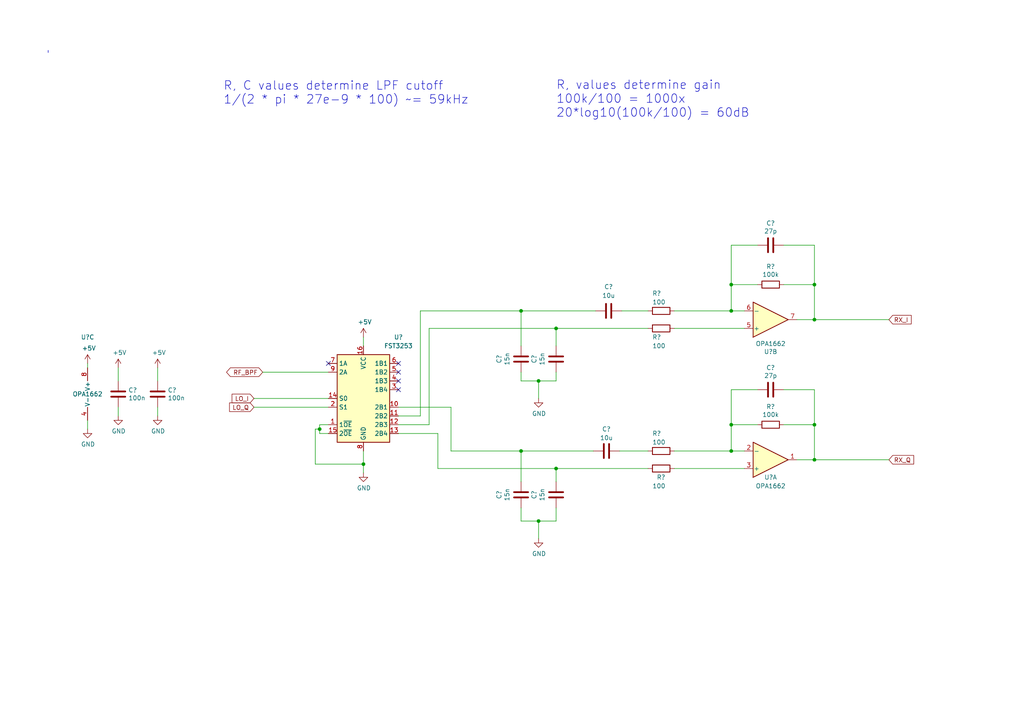
<source format=kicad_sch>
(kicad_sch (version 20250114) (generator "eeschema") (generator_version "9.0")
  (paper "A4")
  (lib_symbols
    (symbol "Amplifier_Operational:LM4562" (pin_names (offset 0.127))
      (property "Reference" "U" (at 0 5.08 0))
      (property "Value" "LM4562" (at 0 -5.08 0))
      (symbol "LM4562_1_1"
        (polyline (pts (xy -5.08 5.08) (xy 5.08 0) (xy -5.08 -5.08) (xy -5.08 5.08)) (stroke (width 0.254)) (fill (type background)))
        (pin input line (at -7.62 2.54 0) (length 2.54) (name "+") (number "3"))
        (pin input line (at -7.62 -2.54 0) (length 2.54) (name "-") (number "2"))
        (pin output line (at 7.62 0 180) (length 2.54) (name "~") (number "1"))
      )
      (symbol "LM4562_2_1"
        (polyline (pts (xy -5.08 5.08) (xy 5.08 0) (xy -5.08 -5.08) (xy -5.08 5.08)) (stroke (width 0.254)) (fill (type background)))
        (pin input line (at -7.62 2.54 0) (length 2.54) (name "+") (number "5"))
        (pin input line (at -7.62 -2.54 0) (length 2.54) (name "-") (number "6"))
        (pin output line (at 7.62 0 180) (length 2.54) (name "~") (number "7"))
      )
      (symbol "LM4562_3_1"
        (pin power_in line (at -2.54 7.62 270) (length 3.81) (name "V+") (number "8"))
        (pin power_in line (at -2.54 -7.62 90) (length 3.81) (name "V-") (number "4"))
      )
    )
    (symbol "Device:C" (pin_numbers (hide yes)) (pin_names (offset 0.254))
      (property "Reference" "C" (at 0.635 2.54 0))
      (property "Value" "C" (at 0.635 -2.54 0))
      (symbol "C_0_1"
        (polyline (pts (xy -2.032 0.762) (xy 2.032 0.762)) (stroke (width 0.508)))
        (polyline (pts (xy -2.032 -0.762) (xy 2.032 -0.762)) (stroke (width 0.508)))
      )
      (symbol "C_1_1"
        (pin passive line (at 0 3.81 270) (length 2.794) (name "~") (number "1"))
        (pin passive line (at 0 -3.81 90) (length 2.794) (name "~") (number "2"))
      )
    )
    (symbol "Device:R" (pin_numbers (hide yes)) (pin_names (offset 0))
      (property "Reference" "R" (at 2.032 0 90))
      (property "Value" "R" (at 0 0 90))
      (symbol "R_0_1"
        (rectangle (start -1.016 -2.54) (end 1.016 2.54) (stroke (width 0.254)))
      )
      (symbol "R_1_1"
        (pin passive line (at 0 3.81 270) (length 1.27) (name "~") (number "1"))
        (pin passive line (at 0 -3.81 90) (length 1.27) (name "~") (number "2"))
      )
    )
    (symbol "RADIO-rescue:FST5253-xcvr_components"
      (property "Reference" "U" (at -7.62 13.97 0))
      (property "Value" "FST5253-xcvr_components" (at -11.43 -13.97 0))
      (symbol "FST5253-xcvr_components_0_1"
        (rectangle (start -7.62 12.7) (end 7.62 -12.7) (stroke (width 0.254)) (fill (type background)))
        (rectangle (start 7.62 -12.7) (end 7.62 -12.7))
      )
      (symbol "FST5253-xcvr_components_1_1"
        (pin bidirectional line (at -10.16 10.16 0) (length 2.54) (name "1A") (number "7"))
        (pin bidirectional line (at -10.16 7.62 0) (length 2.54) (name "2A") (number "9"))
        (pin input line (at -10.16 0 0) (length 2.54) (name "S0") (number "14"))
        (pin input line (at -10.16 -2.54 0) (length 2.54) (name "S1") (number "2"))
        (pin input line (at -10.16 -7.62 0) (length 2.54) (name "1~{OE}") (number "1"))
        (pin input line (at -10.16 -10.16 0) (length 2.54) (name "2~{OE}") (number "15"))
        (pin power_in line (at 0 15.24 270) (length 2.54) (name "VCC") (number "16"))
        (pin power_in line (at 0 -15.24 90) (length 2.54) (name "GND") (number "8"))
        (pin bidirectional line (at 10.16 10.16 180) (length 2.54) (name "1B1") (number "6"))
        (pin bidirectional line (at 10.16 7.62 180) (length 2.54) (name "1B2") (number "5"))
        (pin bidirectional line (at 10.16 5.08 180) (length 2.54) (name "1B3") (number "4"))
        (pin bidirectional line (at 10.16 2.54 180) (length 2.54) (name "1B4") (number "3"))
        (pin bidirectional line (at 10.16 -2.54 180) (length 2.54) (name "2B1") (number "10"))
        (pin bidirectional line (at 10.16 -5.08 180) (length 2.54) (name "2B2") (number "11"))
        (pin bidirectional line (at 10.16 -7.62 180) (length 2.54) (name "2B3") (number "12"))
        (pin bidirectional line (at 10.16 -10.16 180) (length 2.54) (name "2B4") (number "13"))
      )
    )
    (symbol "power:+5V" (power) (pin_names (offset 0))
      (property "Value" "+5V" (at 0 3.556 0))
      (symbol "+5V_0_1"
        (polyline (pts (xy -0.762 1.27) (xy 0 2.54)))
        (polyline (pts (xy 0 2.54) (xy 0.762 1.27)))
        (polyline (pts (xy 0 0) (xy 0 2.54)))
      )
      (symbol "+5V_1_1"
        (pin power_in line (at 0 0 90) (length 0) (hide yes) (name "+5V") (number "1"))
      )
    )
    (symbol "power:GND" (power) (pin_names (offset 0))
      (property "Value" "GND" (at 0 -3.81 0))
      (symbol "GND_0_1"
        (polyline (pts (xy 0 0) (xy 0 -1.27) (xy 1.27 -1.27) (xy 0 -2.54) (xy -1.27 -1.27) (xy 0 -1.27)))
      )
      (symbol "GND_1_1"
        (pin power_in line (at 0 0 270) (length 0) (hide yes) (name "GND") (number "1"))
      )
    )
  )
  (text "R, values determine gain\n100k/100 = 1000x\n20*log10(100k/100) = 60dB" (at 161.29 34.29 0) (effects (font (size 2.5 2.5)) (justify left bottom)))
  (text "R, C values determine LPF cutoff\n1/(2 * pi * 27e-9 * 100) ~= 59kHz" (at 64.77 30.48 0) (effects (font (size 2.5 2.5)) (justify left bottom)))
  (junction (at 212.09 82.55))
  (junction (at 236.22 92.71))
  (junction (at 236.22 133.35))
  (junction (at 212.09 130.81))
  (junction (at 212.09 123.19))
  (junction (at 92.71 124.46))
  (junction (at 236.22 82.55))
  (junction (at 156.21 110.49))
  (junction (at 156.21 151.13))
  (junction (at 212.09 90.17))
  (junction (at 105.41 134.62))
  (junction (at 151.13 130.81))
  (junction (at 161.29 135.89))
  (junction (at 151.13 90.17))
  (junction (at 236.22 123.19))
  (junction (at 161.29 95.25))
  (no_connect (at 115.57 107.95))
  (no_connect (at 115.57 113.03))
  (no_connect (at 115.57 105.41))
  (no_connect (at 115.57 110.49))
  (no_connect (at 95.25 105.41))
  (wire (pts (xy 25.4 121.92) (xy 25.4 124.46)))
  (wire (pts (xy 124.46 95.25) (xy 161.29 95.25)))
  (wire (pts (xy 212.09 113.03) (xy 212.09 123.19)))
  (wire (pts (xy 161.29 147.32) (xy 161.29 151.13)))
  (wire (pts (xy 227.33 82.55) (xy 236.22 82.55)))
  (wire (pts (xy 161.29 100.33) (xy 161.29 95.25)))
  (wire (pts (xy 212.09 123.19) (xy 212.09 130.81)))
  (wire (pts (xy 25.4 105.41) (xy 25.4 106.68)))
  (wire (pts (xy 156.21 110.49) (xy 151.13 110.49)))
  (wire (pts (xy 212.09 130.81) (xy 215.9 130.81)))
  (wire (pts (xy 195.58 90.17) (xy 212.09 90.17)))
  (wire (pts (xy 219.71 113.03) (xy 212.09 113.03)))
  (wire (pts (xy 34.29 106.68) (xy 34.29 110.49)))
  (wire (pts (xy 115.57 120.65) (xy 121.92 120.65)))
  (wire (pts (xy 121.92 120.65) (xy 121.92 90.17)))
  (wire (pts (xy 212.09 82.55) (xy 219.71 82.55)))
  (wire (pts (xy 236.22 71.12) (xy 236.22 82.55)))
  (wire (pts (xy 236.22 113.03) (xy 236.22 123.19)))
  (wire (pts (xy 115.57 118.11) (xy 130.81 118.11)))
  (wire (pts (xy 195.58 135.89) (xy 215.9 135.89)))
  (wire (pts (xy 151.13 107.95) (xy 151.13 110.49)))
  (wire (pts (xy 212.09 71.12) (xy 212.09 82.55)))
  (wire (pts (xy 127 125.73) (xy 115.57 125.73)))
  (wire (pts (xy 161.29 107.95) (xy 161.29 110.49)))
  (wire (pts (xy 92.71 124.46) (xy 92.71 123.19)))
  (wire (pts (xy 236.22 92.71) (xy 231.14 92.71)))
  (wire (pts (xy 151.13 147.32) (xy 151.13 151.13)))
  (wire (pts (xy 45.72 118.11) (xy 45.72 120.65)))
  (wire (pts (xy 91.44 124.46) (xy 92.71 124.46)))
  (wire (pts (xy 156.21 151.13) (xy 161.29 151.13)))
  (wire (pts (xy 105.41 97.79) (xy 105.41 100.33)))
  (wire (pts (xy 195.58 95.25) (xy 215.9 95.25)))
  (wire (pts (xy 161.29 95.25) (xy 187.96 95.25)))
  (wire (pts (xy 127 135.89) (xy 127 125.73)))
  (wire (pts (xy 215.9 90.17) (xy 212.09 90.17)))
  (wire (pts (xy 156.21 151.13) (xy 156.21 156.21)))
  (wire (pts (xy 92.71 125.73) (xy 92.71 124.46)))
  (wire (pts (xy 151.13 130.81) (xy 172.085 130.81)))
  (wire (pts (xy 179.705 130.81) (xy 187.96 130.81)))
  (wire (pts (xy 45.72 106.68) (xy 45.72 110.49)))
  (wire (pts (xy 219.71 123.19) (xy 212.09 123.19)))
  (wire (pts (xy 236.22 133.35) (xy 231.14 133.35)))
  (wire (pts (xy 236.22 92.71) (xy 257.81 92.71)))
  (wire (pts (xy 151.13 130.81) (xy 151.13 139.7)))
  (wire (pts (xy 130.81 118.11) (xy 130.81 130.81)))
  (wire (pts (xy 91.44 134.62) (xy 105.41 134.62)))
  (wire (pts (xy 161.29 135.89) (xy 187.96 135.89)))
  (wire (pts (xy 95.25 125.73) (xy 92.71 125.73)))
  (wire (pts (xy 151.13 151.13) (xy 156.21 151.13)))
  (wire (pts (xy 236.22 123.19) (xy 236.22 133.35)))
  (wire (pts (xy 195.58 130.81) (xy 212.09 130.81)))
  (wire (pts (xy 105.41 134.62) (xy 105.41 137.16)))
  (wire (pts (xy 180.34 90.17) (xy 187.96 90.17)))
  (polyline (pts (xy 13.97 14.605) (xy 13.97 15.24)))
  (wire (pts (xy 212.09 90.17) (xy 212.09 82.55)))
  (wire (pts (xy 227.33 123.19) (xy 236.22 123.19)))
  (wire (pts (xy 115.57 123.19) (xy 124.46 123.19)))
  (wire (pts (xy 124.46 123.19) (xy 124.46 95.25)))
  (wire (pts (xy 236.22 82.55) (xy 236.22 92.71)))
  (wire (pts (xy 151.13 90.17) (xy 151.13 100.33)))
  (wire (pts (xy 105.41 130.81) (xy 105.41 134.62)))
  (wire (pts (xy 127 135.89) (xy 161.29 135.89)))
  (wire (pts (xy 130.81 130.81) (xy 151.13 130.81)))
  (wire (pts (xy 156.21 110.49) (xy 156.21 115.57)))
  (wire (pts (xy 151.13 90.17) (xy 172.72 90.17)))
  (wire (pts (xy 161.29 139.7) (xy 161.29 135.89)))
  (wire (pts (xy 73.66 118.11) (xy 95.25 118.11)))
  (wire (pts (xy 156.21 110.49) (xy 161.29 110.49)))
  (wire (pts (xy 34.29 118.11) (xy 34.29 120.65)))
  (wire (pts (xy 227.33 71.12) (xy 236.22 71.12)))
  (wire (pts (xy 91.44 124.46) (xy 91.44 134.62)))
  (wire (pts (xy 92.71 123.19) (xy 95.25 123.19)))
  (wire (pts (xy 236.22 133.35) (xy 257.81 133.35)))
  (wire (pts (xy 76.2 107.95) (xy 95.25 107.95)))
  (wire (pts (xy 73.66 115.57) (xy 95.25 115.57)))
  (wire (pts (xy 219.71 71.12) (xy 212.09 71.12)))
  (wire (pts (xy 227.33 113.03) (xy 236.22 113.03)))
  (wire (pts (xy 121.92 90.17) (xy 151.13 90.17)))
  (global_label "RX_I" (shape input) (at 257.81 92.71 0) (property "Intersheetrefs" "${INTERSHEET_REFS}" (effects (hide yes))))
  (global_label "RF_BPF" (shape bidirectional) (at 76.2 107.95 180) (property "Intersheetrefs" "${INTERSHEET_REFS}" (effects (hide yes))))
  (global_label "RX_Q" (shape input) (at 257.81 133.35 0) (property "Intersheetrefs" "${INTERSHEET_REFS}" (effects (hide yes))))
  (global_label "LO_Q" (shape input) (at 73.66 118.11 180) (property "Intersheetrefs" "${INTERSHEET_REFS}" (effects (hide yes))))
  (global_label "LO_I" (shape input) (at 73.66 115.57 180) (property "Intersheetrefs" "${INTERSHEET_REFS}" (effects (hide yes))))
  (symbol (lib_id "Device:C") (at 223.52 113.03 90) (unit 1)
    (property "Reference" "C31" (at 223.52 106.6546 90))
    (property "Value" "27p" (at 223.52 108.966 90))
    (property "Footprint" "Capacitor_SMD:C_1206_3216Metric" (effects (hide yes)))
    (instances (project "RADIO" (path "" (reference "C?") (unit 1))) (project "pico_rx" (path "" (reference "C31") (unit 1))))
  )
  (symbol (lib_id "power:GND") (at 45.72 120.65 0) (unit 1)
    (property "Reference" "#PWR023" (effects (hide yes)))
    (property "Value" "GND" (at 45.847 125.0442 0))
    (instances (project "RADIO" (path "" (reference "#PWR?") (unit 1))) (project "pico_rx" (path "" (reference "#PWR023") (unit 1))))
  )
  (symbol (lib_id "Device:R") (at 223.52 123.19 90) (unit 1)
    (property "Reference" "R8" (at 223.52 117.9576 90))
    (property "Value" "100k" (at 223.52 120.269 90))
    (property "Footprint" "Resistor_SMD:R_1206_3216Metric" (effects (hide yes)))
    (instances (project "RADIO" (path "" (reference "R?") (unit 1))) (project "pico_rx" (path "" (reference "R8") (unit 1))))
  )
  (symbol (lib_id "Device:R") (at 223.52 82.55 90) (unit 1)
    (property "Reference" "R7" (at 223.52 77.3176 90))
    (property "Value" "100k" (at 223.52 79.629 90))
    (property "Footprint" "Resistor_SMD:R_1206_3216Metric" (effects (hide yes)))
    (instances (project "RADIO" (path "" (reference "R?") (unit 1))) (project "pico_rx" (path "" (reference "R7") (unit 1))))
  )
  (symbol (lib_id "Device:R") (at 191.77 135.89 270) (unit 1)
    (property "Reference" "R6" (at 193.04 138.43 90) (effects (justify right)))
    (property "Value" "100" (at 193.04 140.97 90) (effects (justify right)))
    (property "Footprint" "Resistor_SMD:R_1206_3216Metric" (effects (hide yes)))
    (instances (project "RADIO" (path "" (reference "R?") (unit 1))) (project "pico_rx" (path "" (reference "R6") (unit 1))))
  )
  (symbol (lib_id "power:GND") (at 105.41 137.16 0) (unit 1)
    (property "Reference" "#PWR021" (effects (hide yes)))
    (property "Value" "GND" (at 105.537 141.5542 0))
    (instances (project "RADIO" (path "" (reference "#PWR?") (unit 1))) (project "pico_rx" (path "" (reference "#PWR021") (unit 1))))
  )
  (symbol (lib_id "power:GND") (at 34.29 120.65 0) (unit 1)
    (property "Reference" "#PWR019" (effects (hide yes)))
    (property "Value" "GND" (at 34.417 125.0442 0))
    (instances (project "RADIO" (path "" (reference "#PWR?") (unit 1))) (project "pico_rx" (path "" (reference "#PWR019") (unit 1))))
  )
  (symbol (lib_id "Device:C") (at 176.53 90.17 270) (unit 1)
    (property "Reference" "C4" (at 176.53 83.185 90))
    (property "Value" "10u" (at 176.53 85.725 90))
    (property "Footprint" "Capacitor_SMD:C_1206_3216Metric" (effects (hide yes)))
    (instances (project "RADIO" (path "" (reference "C?") (unit 1))) (project "pico_rx" (path "" (reference "C4") (unit 1))))
  )
  (symbol (lib_id "power:GND") (at 25.4 124.46 0) (unit 1)
    (property "Reference" "#PWR017" (effects (hide yes)))
    (property "Value" "GND" (at 25.527 128.8542 0))
    (instances (project "RADIO" (path "" (reference "#PWR?") (unit 1))) (project "pico_rx" (path "" (reference "#PWR017") (unit 1))))
  )
  (symbol (lib_id "power:+5V") (at 105.41 97.79 0) (unit 1)
    (property "Reference" "#PWR020" (effects (hide yes)))
    (property "Value" "+5V" (at 105.791 93.3958 0))
    (instances (project "RADIO" (path "" (reference "#PWR?") (unit 1))) (project "pico_rx" (path "" (reference "#PWR020") (unit 1))))
  )
  (symbol (lib_id "RADIO-rescue:FST5253-xcvr_components") (at 105.41 115.57 0) (unit 1)
    (property "Reference" "U4" (at 115.57 97.79 0))
    (property "Value" "FST3253" (at 115.57 100.33 0))
    (property "Footprint" "Package_SO:SOIC-16_3.9x9.9mm_P1.27mm" (effects (hide yes)))
    (property "Datasheet" "http://www.ti.com/lit/gpn/sn74cbt3253" (effects (hide yes)))
    (instances (project "RADIO" (path "" (reference "U?") (unit 1)) (path "" (reference "U?") (unit 1))) (project "pico_rx" (path "" (reference "U4") (unit 1))))
  )
  (symbol (lib_id "Device:C") (at 161.29 143.51 180) (unit 1)
    (property "Reference" "C29" (at 154.9146 143.51 90))
    (property "Value" "15n" (at 157.226 143.51 90))
    (property "Footprint" "Capacitor_SMD:C_1206_3216Metric" (effects (hide yes)))
    (instances (project "RADIO" (path "" (reference "C?") (unit 1))) (project "pico_rx" (path "" (reference "C29") (unit 1))))
  )
  (symbol (lib_id "power:+5V") (at 45.72 106.68 0) (unit 1)
    (property "Reference" "#PWR022" (effects (hide yes)))
    (property "Value" "+5V" (at 46.101 102.2858 0))
    (instances (project "RADIO" (path "" (reference "#PWR?") (unit 1))) (project "pico_rx" (path "" (reference "#PWR022") (unit 1))))
  )
  (symbol (lib_id "Device:C") (at 161.29 104.14 180) (unit 1)
    (property "Reference" "C28" (at 154.9146 104.14 90))
    (property "Value" "15n" (at 157.226 104.14 90))
    (property "Footprint" "Capacitor_SMD:C_1206_3216Metric" (effects (hide yes)))
    (instances (project "RADIO" (path "" (reference "C?") (unit 1))) (project "pico_rx" (path "" (reference "C28") (unit 1))))
  )
  (symbol (lib_id "power:+5V") (at 25.4 105.41 0) (unit 1)
    (property "Reference" "#PWR016" (effects (hide yes)))
    (property "Value" "+5V" (at 25.781 101.0158 0))
    (instances (project "RADIO" (path "" (reference "#PWR?") (unit 1))) (project "pico_rx" (path "" (reference "#PWR016") (unit 1))))
  )
  (symbol (lib_id "Device:C") (at 151.13 143.51 180) (unit 1)
    (property "Reference" "C27" (at 144.7546 143.51 90))
    (property "Value" "15n" (at 147.066 143.51 90))
    (property "Footprint" "Capacitor_SMD:C_1206_3216Metric" (effects (hide yes)))
    (instances (project "RADIO" (path "" (reference "C?") (unit 1))) (project "pico_rx" (path "" (reference "C27") (unit 1))))
  )
  (symbol (lib_id "power:GND") (at 156.21 156.21 0) (unit 1)
    (property "Reference" "#PWR025" (effects (hide yes)))
    (property "Value" "GND" (at 156.337 160.6042 0))
    (instances (project "RADIO" (path "" (reference "#PWR?") (unit 1))) (project "pico_rx" (path "" (reference "#PWR025") (unit 1))))
  )
  (symbol (lib_id "Device:C") (at 175.895 130.81 270) (unit 1)
    (property "Reference" "C11" (at 175.895 124.46 90))
    (property "Value" "10u" (at 175.895 127 90))
    (property "Footprint" "Capacitor_SMD:C_1206_3216Metric" (effects (hide yes)))
    (instances (project "RADIO" (path "" (reference "C?") (unit 1))) (project "pico_rx" (path "" (reference "C11") (unit 1))))
  )
  (symbol (lib_id "Device:R") (at 191.77 90.17 270) (unit 1)
    (property "Reference" "R3" (at 191.77 85.09 90) (effects (justify right)))
    (property "Value" "100" (at 193.04 87.63 90) (effects (justify right)))
    (property "Footprint" "Resistor_SMD:R_1206_3216Metric" (effects (hide yes)))
    (instances (project "RADIO" (path "" (reference "R?") (unit 1))) (project "pico_rx" (path "" (reference "R3") (unit 1))))
  )
  (symbol (lib_id "Device:R") (at 191.77 130.81 270) (unit 1)
    (property "Reference" "R5" (at 191.77 125.73 90) (effects (justify right)))
    (property "Value" "100" (at 193.04 128.27 90) (effects (justify right)))
    (property "Footprint" "Resistor_SMD:R_1206_3216Metric" (effects (hide yes)))
    (instances (project "RADIO" (path "" (reference "R?") (unit 1))) (project "pico_rx" (path "" (reference "R5") (unit 1))))
  )
  (symbol (lib_id "Device:C") (at 151.13 104.14 180) (unit 1)
    (property "Reference" "C26" (at 144.7546 104.14 90))
    (property "Value" "15n" (at 147.066 104.14 90))
    (property "Footprint" "Capacitor_SMD:C_1206_3216Metric" (effects (hide yes)))
    (instances (project "RADIO" (path "" (reference "C?") (unit 1))) (project "pico_rx" (path "" (reference "C26") (unit 1))))
  )
  (symbol (lib_id "Device:C") (at 45.72 114.3 0) (unit 1)
    (property "Reference" "C25" (at 48.641 113.157 0) (effects (justify left)))
    (property "Value" "100n" (at 48.641 115.443 0) (effects (justify left)))
    (property "Footprint" "Capacitor_SMD:C_1206_3216Metric" (effects (hide yes)))
    (instances (project "RADIO" (path "" (reference "C?") (unit 1))) (project "pico_rx" (path "" (reference "C25") (unit 1))))
  )
  (symbol (lib_id "Device:C") (at 34.29 114.3 0) (unit 1)
    (property "Reference" "C24" (at 37.211 113.157 0) (effects (justify left)))
    (property "Value" "100n" (at 37.211 115.443 0) (effects (justify left)))
    (property "Footprint" "Capacitor_SMD:C_1206_3216Metric" (effects (hide yes)))
    (instances (project "RADIO" (path "" (reference "C?") (unit 1))) (project "pico_rx" (path "" (reference "C24") (unit 1))))
  )
  (symbol (lib_id "Device:R") (at 191.77 95.25 270) (unit 1)
    (property "Reference" "R4" (at 191.77 97.79 90) (effects (justify right)))
    (property "Value" "100" (at 193.04 100.33 90) (effects (justify right)))
    (property "Footprint" "Resistor_SMD:R_1206_3216Metric" (effects (hide yes)))
    (instances (project "RADIO" (path "" (reference "R?") (unit 1))) (project "pico_rx" (path "" (reference "R4") (unit 1))))
  )
  (symbol (lib_id "Amplifier_Operational:LM4562") (at 223.52 92.71 0) (mirror x) (unit 2)
    (property "Reference" "U3" (at 223.52 102.0064 0))
    (property "Value" "OPA1662" (at 223.52 99.695 0))
    (property "Footprint" "Package_SO:SO-8_3.9x4.9mm_P1.27mm" (effects (hide yes)))
    (property "Datasheet" "http://www.ti.com/lit/ds/symlink/lm4562.pdf" (effects (hide yes)))
    (instances (project "RADIO" (path "" (reference "U?") (unit 2))) (project "pico_rx" (path "" (reference "U3") (unit 2))))
  )
  (symbol (lib_id "power:GND") (at 156.21 115.57 0) (unit 1)
    (property "Reference" "#PWR024" (effects (hide yes)))
    (property "Value" "GND" (at 156.337 119.9642 0))
    (instances (project "RADIO" (path "" (reference "#PWR?") (unit 1))) (project "pico_rx" (path "" (reference "#PWR024") (unit 1))))
  )
  (symbol (lib_id "Amplifier_Operational:LM4562") (at 27.94 114.3 0) (unit 3)
    (property "Reference" "U3" (at 25.4 97.79 0))
    (property "Value" "OPA1662" (at 25.4 114.3 0))
    (property "Footprint" "Package_SO:SO-8_3.9x4.9mm_P1.27mm" (effects (hide yes)))
    (property "Datasheet" "http://www.ti.com/lit/ds/symlink/lm4562.pdf" (effects (hide yes)))
    (instances (project "RADIO" (path "" (reference "U?") (unit 3))) (project "pico_rx" (path "" (reference "U3") (unit 3))))
  )
  (symbol (lib_id "Amplifier_Operational:LM4562") (at 223.52 133.35 0) (mirror x) (unit 1)
    (property "Reference" "U3" (at 223.52 138.43 0))
    (property "Value" "OPA1662" (at 223.52 140.97 0))
    (property "Footprint" "Package_SO:SO-8_3.9x4.9mm_P1.27mm" (effects (hide yes)))
    (property "Datasheet" "http://www.ti.com/lit/ds/symlink/lm4562.pdf" (effects (hide yes)))
    (instances (project "RADIO" (path "" (reference "U?") (unit 1))) (project "pico_rx" (path "" (reference "U3") (unit 1))))
  )
  (symbol (lib_id "power:+5V") (at 34.29 106.68 0) (unit 1)
    (property "Reference" "#PWR018" (effects (hide yes)))
    (property "Value" "+5V" (at 34.671 102.2858 0))
    (instances (project "RADIO" (path "" (reference "#PWR?") (unit 1))) (project "pico_rx" (path "" (reference "#PWR018") (unit 1))))
  )
  (symbol (lib_id "Device:C") (at 223.52 71.12 90) (unit 1)
    (property "Reference" "C30" (at 223.52 64.7446 90))
    (property "Value" "27p" (at 223.52 67.056 90))
    (property "Footprint" "Capacitor_SMD:C_1206_3216Metric" (effects (hide yes)))
    (instances (project "RADIO" (path "" (reference "C?") (unit 1))) (project "pico_rx" (path "" (reference "C30") (unit 1))))
  )
)
</source>
